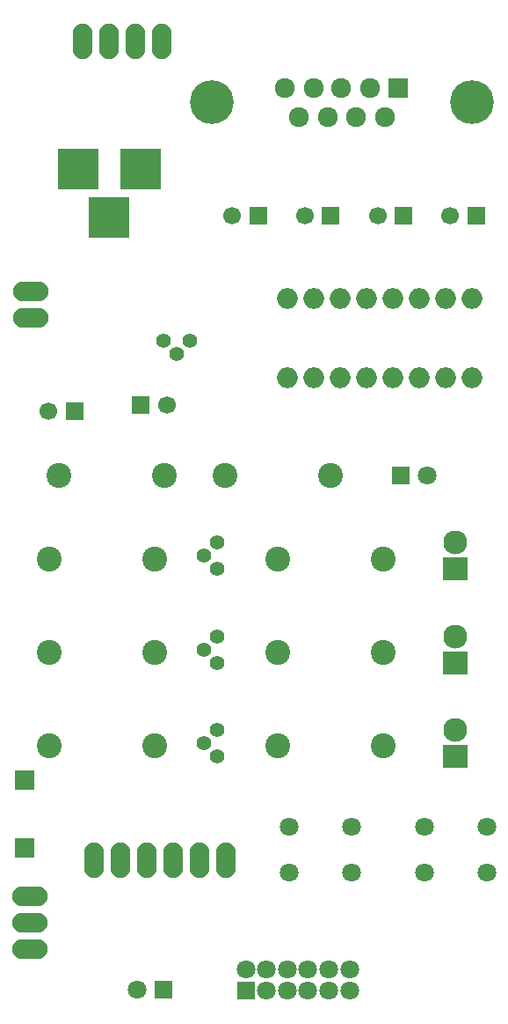
<source format=gbr>
G04 #@! TF.FileFunction,Soldermask,Bot*
%FSLAX46Y46*%
G04 Gerber Fmt 4.6, Leading zero omitted, Abs format (unit mm)*
G04 Created by KiCad (PCBNEW 4.0.5-e0-6337~49~ubuntu14.04.1) date Mon Jan 30 10:44:02 2017*
%MOMM*%
%LPD*%
G01*
G04 APERTURE LIST*
%ADD10C,0.100000*%
%ADD11R,1.700000X1.700000*%
%ADD12C,1.700000*%
%ADD13O,2.000000X2.000000*%
%ADD14C,1.800000*%
%ADD15R,1.800000X1.800000*%
%ADD16C,4.210000*%
%ADD17R,1.924000X1.924000*%
%ADD18C,1.924000*%
%ADD19C,2.398980*%
%ADD20C,1.797000*%
%ADD21O,3.414980X1.906220*%
%ADD22O,1.906220X3.414980*%
%ADD23R,3.900120X3.900120*%
%ADD24R,2.400000X2.300000*%
%ADD25C,2.300000*%
%ADD26R,1.797000X1.797000*%
%ADD27R,1.900000X1.900000*%
%ADD28C,1.400760*%
G04 APERTURE END LIST*
D10*
D11*
X163700000Y-88200000D03*
D12*
X166200000Y-88200000D03*
D11*
X157300000Y-88800000D03*
D12*
X154800000Y-88800000D03*
D11*
X189000000Y-70000000D03*
D12*
X186500000Y-70000000D03*
D11*
X182000000Y-70000000D03*
D12*
X179500000Y-70000000D03*
D11*
X196000000Y-70000000D03*
D12*
X193500000Y-70000000D03*
D11*
X175000000Y-70000000D03*
D12*
X172500000Y-70000000D03*
D13*
X195600000Y-78000000D03*
X193060000Y-78000000D03*
X190520000Y-78000000D03*
X187980000Y-78000000D03*
X185440000Y-78000000D03*
X182900000Y-78000000D03*
X180360000Y-78000000D03*
X177820000Y-78000000D03*
X177820000Y-85620000D03*
X180360000Y-85620000D03*
X182900000Y-85620000D03*
X185440000Y-85620000D03*
X187980000Y-85620000D03*
X190520000Y-85620000D03*
X193060000Y-85620000D03*
X195600000Y-85620000D03*
D14*
X177800000Y-144500000D03*
X175800000Y-144500000D03*
D15*
X173800000Y-144500000D03*
D14*
X179800000Y-144500000D03*
X181800000Y-144500000D03*
X183800000Y-144500000D03*
X183800000Y-142500000D03*
X181800000Y-142500000D03*
X179800000Y-142500000D03*
X177800000Y-142500000D03*
X175800000Y-142500000D03*
X173800000Y-142500000D03*
D16*
X170554000Y-59123000D03*
X195573000Y-59123000D03*
D17*
X188461000Y-57726000D03*
D18*
X185794000Y-57726000D03*
X183000000Y-57726000D03*
X180333000Y-57726000D03*
X177539000Y-57726000D03*
X187191000Y-60520000D03*
X184397000Y-60520000D03*
X181730000Y-60520000D03*
X178936000Y-60520000D03*
D19*
X182000000Y-95000000D03*
X171840000Y-95000000D03*
X187000000Y-103000000D03*
X176840000Y-103000000D03*
X165000000Y-112000000D03*
X154840000Y-112000000D03*
X187000000Y-112000000D03*
X176840000Y-112000000D03*
X165000000Y-121000000D03*
X154840000Y-121000000D03*
X187000000Y-121000000D03*
X176840000Y-121000000D03*
D20*
X184000000Y-128800000D03*
X184000000Y-133200000D03*
X178000000Y-128800000D03*
X178000000Y-133200000D03*
X197000000Y-128800000D03*
X197000000Y-133200000D03*
X191000000Y-128800000D03*
X191000000Y-133200000D03*
D21*
X153000000Y-135460000D03*
X153000000Y-138000000D03*
X153000000Y-140540000D03*
D22*
X158090000Y-53300000D03*
X165710000Y-53300000D03*
X163170000Y-53300000D03*
X160630000Y-53300000D03*
D23*
X163640140Y-65520000D03*
X157640660Y-65520000D03*
X160640400Y-70219000D03*
D24*
X194000000Y-104000000D03*
D25*
X194000000Y-101460000D03*
D24*
X194000000Y-113000000D03*
D25*
X194000000Y-110460000D03*
D24*
X194000000Y-122000000D03*
D25*
X194000000Y-119460000D03*
D26*
X188730000Y-95000000D03*
D20*
X191270000Y-95000000D03*
D19*
X166000000Y-95000000D03*
X155840000Y-95000000D03*
X165000000Y-103000000D03*
X154840000Y-103000000D03*
D21*
X153100000Y-77330000D03*
X153100000Y-79870000D03*
D22*
X159150000Y-132000000D03*
X161690000Y-132000000D03*
X164230000Y-132000000D03*
X166770000Y-132000000D03*
X169310000Y-132000000D03*
X171850000Y-132000000D03*
D27*
X152500000Y-130820000D03*
X152500000Y-124280000D03*
D28*
X169730000Y-102730000D03*
X171000000Y-101460000D03*
X171000000Y-104000000D03*
X169730000Y-111730000D03*
X171000000Y-110460000D03*
X171000000Y-113000000D03*
X169730000Y-120730000D03*
X171000000Y-119460000D03*
X171000000Y-122000000D03*
X167170000Y-83300000D03*
X165900000Y-82030000D03*
X168440000Y-82030000D03*
D26*
X165910000Y-144460000D03*
D20*
X163370000Y-144460000D03*
M02*

</source>
